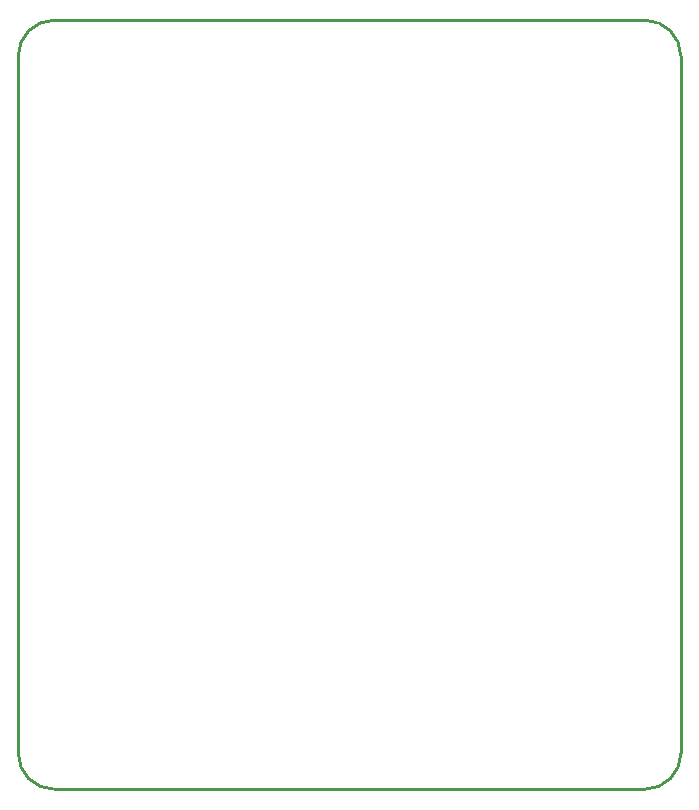
<source format=gko>
G04*
G04 #@! TF.GenerationSoftware,Altium Limited,Altium Designer,23.0.1 (38)*
G04*
G04 Layer_Color=16711935*
%FSLAX25Y25*%
%MOIN*%
G70*
G04*
G04 #@! TF.SameCoordinates,553BDD90-AE0F-47F2-8343-8C5094A07883*
G04*
G04*
G04 #@! TF.FilePolarity,Positive*
G04*
G01*
G75*
%ADD14C,0.01000*%
%ADD41C,0.00900*%
D14*
X112000Y356347D02*
G03*
X100000Y344346I0J-12000D01*
G01*
X320913D02*
G03*
X308913Y356347I-12000J0D01*
G01*
Y100000D02*
G03*
X320913Y112000I0J12000D01*
G01*
X100000D02*
G03*
X112000Y100000I12000J0D01*
G01*
D41*
X100000Y112000D02*
Y344346D01*
X112000Y100000D02*
X308913D01*
X320913Y112000D02*
Y344346D01*
X112000Y356347D02*
X308913D01*
M02*

</source>
